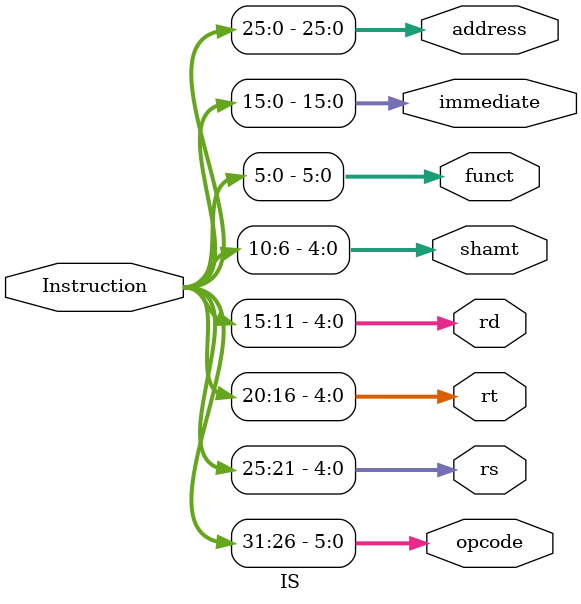
<source format=v>
`timescale 1ns / 1ps
module IS(Instruction, opcode, rs, rt, rd, shamt, funct, immediate, address);
input[31:0] Instruction;
output[5:0] opcode;
output[4:0] rs;
output[4:0] rt;
output[4:0] rd;
output[4:0] shamt;
output[5:0] funct;
output[15:0] immediate;
output[25:0] address;
	assign opcode = Instruction[31:26];
	assign rs = Instruction[25:21];
	assign rt = Instruction[20:16];
	assign rd = Instruction[15:11];
	assign shamt = Instruction[10:6];
	assign funct = Instruction[5:0];
	assign immediate = Instruction[15:0];
	assign address = Instruction[25:0];
endmodule

</source>
